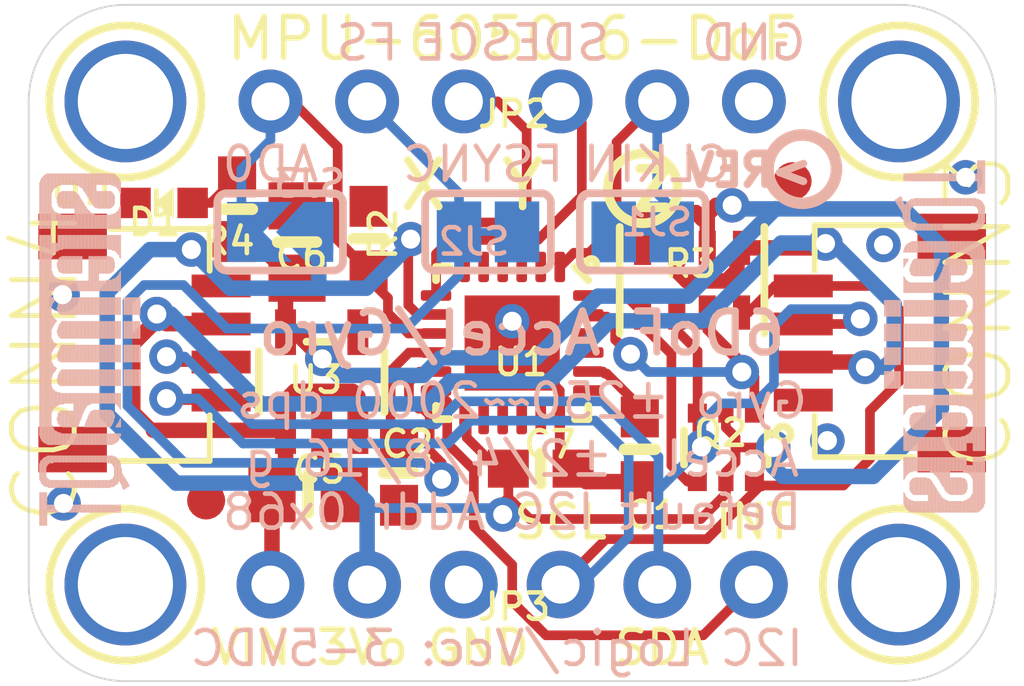
<source format=kicad_pcb>
(kicad_pcb (version 20211014) (generator pcbnew)
  (layers (0 "F.Cu" signal) (31 "B.Cu" signal) (34 "B.Paste" user) (35 "F.Paste" user) (36 "B.SilkS" user "B.Silkscreen") (37 "F.SilkS" user "F.Silkscreen") (38 "B.Mask" user) (39 "F.Mask" user) (44 "Edge.Cuts" user))
  (net 0 "")
  (net 1 "3.3V")
  (net 2 "GND")
  (net 3 "SDA")
  (net 4 "SCL")
  (net 5 "FSYNC_IN")
  (net 6 "CLKIN")
  (net 7 "CPOUT")
  (net 8 "REGOUT")
  (net 9 "SDA_EXT")
  (net 10 "SCL_EXT")
  (net 11 "AD0")
  (net 12 "SCL_3V")
  (net 13 "SDA_3V")
  (net 14 "INT")
  (net 15 "VCC")
  (net 16 "N$1")
  (footprint "boardEagle:CHIPLED_0603_NOOUTLINE" (layer "F.Cu") (at 139.3571 101.3206 90)
    (fp_text reference "D1" (at -0.508 0.508) (layer "F.SilkS") (effects (font (size 0.692831 0.692831) (thickness 0.119969)) (justify right)))
    (fp_text value "GREEN")
    (pad "A" smd rect (at 0 0.75 90) (size 0.8 0.8) (layers "F.Cu" "F.Paste" "F.Mask") (net 16 "N$1"))
    (pad "C" smd rect (at 0 -0.75 90) (size 0.8 0.8) (layers "F.Cu" "F.Paste" "F.Mask") (net 2 "GND"))
  )
  (footprint "boardEagle:0603-NO" (layer "F.Cu") (at 144.7292 102.2604 90)
    (fp_text reference "R2" (at -0.635 0.381 90) (layer "F.SilkS") (effects (font (size 0.692831 0.692831) (thickness 0.119969)) (justify left)))
    (fp_text value "10K")
    (pad "1" smd rect (at -0.85 0 90) (size 1.075 1) (layers "F.Cu" "F.Paste" "F.Mask") (net 11 "AD0"))
    (pad "2" smd rect (at 0.85 0 90) (size 1.075 1) (layers "F.Cu" "F.Paste" "F.Mask") (net 2 "GND"))
  )
  (footprint "boardEagle:1X06_ROUND" (layer "F.Cu") (at 148.5011 98.6536)
    (fp_text reference "JP2" (at -0.9652 0.3302) (layer "F.SilkS") (effects (font (size 0.692831 0.692831) (thickness 0.119969)) (justify left)))
    (fp_text value "")
    (pad "1" thru_hole circle (at -6.35 0 90) (size 1.6764 1.6764) (drill 1) (layers *.Cu *.Mask) (net 11 "AD0"))
    (pad "2" thru_hole circle (at -3.81 0 90) (size 1.6764 1.6764) (drill 1) (layers *.Cu *.Mask) (net 5 "FSYNC_IN"))
    (pad "3" thru_hole circle (at -1.27 0 90) (size 1.6764 1.6764) (drill 1) (layers *.Cu *.Mask) (net 10 "SCL_EXT"))
    (pad "4" thru_hole circle (at 1.27 0 90) (size 1.6764 1.6764) (drill 1) (layers *.Cu *.Mask) (net 9 "SDA_EXT"))
    (pad "5" thru_hole circle (at 3.81 0 90) (size 1.6764 1.6764) (drill 1) (layers *.Cu *.Mask) (net 6 "CLKIN"))
    (pad "6" thru_hole circle (at 6.35 0 90) (size 1.6764 1.6764) (drill 1) (layers *.Cu *.Mask) (net 2 "GND"))
  )
  (footprint "boardEagle:FIDUCIAL_1MM" (layer "F.Cu") (at 155.8671 100.7491)
    (fp_text reference "FID3" hide)
    (fp_text value "FIDUCIAL_1MM" hide)
    (pad "1" smd roundrect (at 0 0) (size 1 1) (layers "F.Cu" "F.Mask") (roundrect_rratio 0.5))
  )
  (footprint "boardEagle:0805-NO" (layer "F.Cu") (at 143.1417 108.966)
    (fp_text reference "C5" (at -0.4572 -0.635) (layer "F.SilkS") (effects (font (size 0.692831 0.692831) (thickness 0.119969)) (justify left)))
    (fp_text value "10uF")
    (pad "1" smd rect (at -0.95 0) (size 1.24 1.5) (layers "F.Cu" "F.Paste" "F.Mask") (net 15 "VCC"))
    (pad "2" smd rect (at 0.95 0) (size 1.24 1.5) (layers "F.Cu" "F.Paste" "F.Mask") (net 2 "GND"))
  )
  (footprint "boardEagle:MOUNTINGHOLE_2.5_PLATED" (layer "F.Cu") (at 138.3411 98.6536)
    (fp_text reference "U$39" hide)
    (fp_text value "MOUNTINGHOLE2.5" hide)
    (pad "P$1" thru_hole circle (at 0 0) (size 3.2 3.2) (drill 2.5) (layers *.Cu *.Mask))
  )
  (footprint "boardEagle:MOUNTINGHOLE_2.5_PLATED" (layer "F.Cu") (at 158.6611 111.3536)
    (fp_text reference "U$43" hide)
    (fp_text value "MOUNTINGHOLE2.5" hide)
    (pad "P$1" thru_hole circle (at 0 0) (size 3.2 3.2) (drill 2.5) (layers *.Cu *.Mask))
  )
  (footprint "boardEagle:MOUNTINGHOLE_2.5_PLATED" (layer "F.Cu") (at 158.6611 98.6536)
    (fp_text reference "U$40" hide)
    (fp_text value "MOUNTINGHOLE2.5" hide)
    (pad "P$1" thru_hole circle (at 0 0) (size 3.2 3.2) (drill 2.5) (layers *.Cu *.Mask))
  )
  (footprint "boardEagle:QFN24_4MM_SMSC" (layer "F.Cu") (at 148.5011 105.0036 -90)
    (fp_text reference "U1" (at 0.502 0.545) (layer "F.SilkS") (effects (font (size 0.692831 0.692831) (thickness 0.119969)) (justify left)))
    (fp_text value "MPU-6050")
    (pad "1" smd roundrect (at -2 -1.25 90) (size 0.8 0.28) (layers "F.Cu" "F.Paste" "F.Mask") (net 6 "CLKIN"))
    (pad "2" smd roundrect (at -2 -0.75 90) (size 0.8 0.28) (layers "F.Cu" "F.Paste" "F.Mask"))
    (pad "3" smd roundrect (at -2 -0.25 90) (size 0.8 0.28) (layers "F.Cu" "F.Paste" "F.Mask"))
    (pad "4" smd roundrect (at -2 0.25 90) (size 0.8 0.28) (layers "F.Cu" "F.Paste" "F.Mask"))
    (pad "5" smd roundrect (at -2 0.75 90) (size 0.8 0.28) (layers "F.Cu" "F.Paste" "F.Mask"))
    (pad "6" smd roundrect (at -2 1.25 90) (size 0.8 0.28) (layers "F.Cu" "F.Paste" "F.Mask") (net 9 "SDA_EXT"))
    (pad "7" smd roundrect (at -1.25 2) (size 0.8 0.28) (layers "F.Cu" "F.Paste" "F.Mask") (net 10 "SCL_EXT"))
    (pad "8" smd roundrect (at -0.75 2) (size 0.8 0.28) (layers "F.Cu" "F.Paste" "F.Mask") (net 1 "3.3V"))
    (pad "9" smd roundrect (at -0.25 2) (size 0.8 0.28) (layers "F.Cu" "F.Paste" "F.Mask") (net 11 "AD0"))
    (pad "10" smd roundrect (at 0.25 2) (size 0.8 0.28) (layers "F.Cu" "F.Paste" "F.Mask") (net 8 "REGOUT"))
    (pad "11" smd roundrect (at 0.75 2) (size 0.8 0.28) (layers "F.Cu" "F.Paste" "F.Mask") (net 5 "FSYNC_IN"))
    (pad "12" smd roundrect (at 1.25 2) (size 0.8 0.28) (layers "F.Cu" "F.Paste" "F.Mask") (net 14 "INT"))
    (pad "13" smd roundrect (at 2 1.25 270) (size 0.8 0.28) (layers "F.Cu" "F.Paste" "F.Mask") (net 1 "3.3V"))
    (pad "14" smd roundrect (at 2 0.75 270) (size 0.8 0.28) (layers "F.Cu" "F.Paste" "F.Mask"))
    (pad "15" smd roundrect (at 2 0.25 270) (size 0.8 0.28) (layers "F.Cu" "F.Paste" "F.Mask"))
    (pad "16" smd roundrect (at 2 -0.25 270) (size 0.8 0.28) (layers "F.Cu" "F.Paste" "F.Mask"))
    (pad "17" smd roundrect (at 2 -0.75 270) (size 0.8 0.28) (layers "F.Cu" "F.Paste" "F.Mask"))
    (pad "18" smd roundrect (at 2 -1.25 270) (size 0.8 0.28) (layers "F.Cu" "F.Paste" "F.Mask") (net 2 "GND"))
    (pad "19" smd roundrect (at 1.25 -2 180) (size 0.8 0.28) (layers "F.Cu" "F.Paste" "F.Mask"))
    (pad "20" smd roundrect (at 0.75 -2 180) (size 0.8 0.28) (layers "F.Cu" "F.Paste" "F.Mask") (net 7 "CPOUT"))
    (pad "21" smd roundrect (at 0.25 -2 180) (size 0.8 0.28) (layers "F.Cu" "F.Paste" "F.Mask"))
    (pad "22" smd roundrect (at -0.25 -2 180) (size 0.8 0.28) (layers "F.Cu" "F.Paste" "F.Mask"))
    (pad "23" smd roundrect (at -0.75 -2 180) (size 0.8 0.28) (layers "F.Cu" "F.Paste" "F.Mask") (net 12 "SCL_3V"))
    (pad "24" smd roundrect (at -1.25 -2 180) (size 0.8 0.28) (layers "F.Cu" "F.Paste" "F.Mask") (net 13 "SDA_3V"))
    (pad "THERM" smd rect (at 0 0 270) (size 2.5 2.5) (layers "F.Cu" "F.Mask") (net 2 "GND"))
  )
  (footprint "boardEagle:JST_SH4" (layer "F.Cu") (at 138.3411 105.0036 -90)
    (fp_text reference "CONN4" (at -3.711 2.101 90) (layer "F.SilkS") (effects (font (size 1.647139 1.647139) (thickness 0.130861)) (justify right)))
    (fp_text value "STEMMA_I2C_QT" hide)
    (pad "1" smd rect (at -1.5 -2.514) (size 1.55 0.6) (layers "F.Cu" "F.Paste" "F.Mask") (net 2 "GND"))
    (pad "2" smd rect (at -0.5 -2.514) (size 1.55 0.6) (layers "F.Cu" "F.Paste" "F.Mask") (net 15 "VCC"))
    (pad "3" smd rect (at 0.5 -2.514) (size 1.55 0.6) (layers "F.Cu" "F.Paste" "F.Mask") (net 3 "SDA"))
    (pad "4" smd rect (at 1.5 -2.514) (size 1.55 0.6) (layers "F.Cu" "F.Paste" "F.Mask") (net 4 "SCL"))
    (pad "MT1" smd rect (at -2.8 1.386) (size 1.8 1.2) (layers "F.Cu" "F.Paste" "F.Mask"))
    (pad "MT2" smd rect (at 2.8 1.386) (size 1.8 1.2) (layers "F.Cu" "F.Paste" "F.Mask"))
  )
  (footprint "boardEagle:SOT23-5" (layer "F.Cu") (at 143.4973 106.0196)
    (fp_text reference "U3" (at 0.6128 -0.0508) (layer "F.SilkS") (effects (font (size 0.692831 0.692831) (thickness 0.119969)) (justify right)))
    (fp_text value "AP2112K-3.3")
    (pad "1" smd rect (at -0.95 1.3001) (size 0.55 1.2) (layers "F.Cu" "F.Paste" "F.Mask") (net 15 "VCC"))
    (pad "2" smd rect (at 0 1.3001) (size 0.55 1.2) (layers "F.Cu" "F.Paste" "F.Mask") (net 2 "GND"))
    (pad "3" smd rect (at 0.95 1.3001) (size 0.55 1.2) (layers "F.Cu" "F.Paste" "F.Mask") (net 15 "VCC"))
    (pad "4" smd rect (at 0.95 -1.3001) (size 0.55 1.2) (layers "F.Cu" "F.Paste" "F.Mask"))
    (pad "5" smd rect (at -0.95 -1.3001) (size 0.55 1.2) (layers "F.Cu" "F.Paste" "F.Mask") (net 1 "3.3V"))
  )
  (footprint "boardEagle:0603-NO" (layer "F.Cu") (at 151.8539 107.7976 -90)
    (fp_text reference "C1" (at 1.7272 0.4318) (layer "F.SilkS") (effects (font (size 0.692831 0.692831) (thickness 0.119969)) (justify left)))
    (fp_text value "2.2nF")
    (pad "1" smd rect (at -0.85 0 270) (size 1.075 1) (layers "F.Cu" "F.Paste" "F.Mask") (net 7 "CPOUT"))
    (pad "2" smd rect (at 0.85 0 270) (size 1.075 1) (layers "F.Cu" "F.Paste" "F.Mask") (net 2 "GND"))
  )
  (footprint "boardEagle:RESPACK_4X0603" (layer "F.Cu") (at 153.2255 103.3526 180)
    (fp_text reference "R3" (at -0.711 0.432) (layer "F.SilkS") (effects (font (size 0.692831 0.692831) (thickness 0.119969)) (justify right)))
    (fp_text value "10K")
    (pad "1" smd rect (at -1.3 0.85 180) (size 0.45 0.9) (layers "F.Cu" "F.Paste" "F.Mask") (net 15 "VCC"))
    (pad "2" smd rect (at -0.4 0.85 180) (size 0.45 0.9) (layers "F.Cu" "F.Paste" "F.Mask") (net 1 "3.3V"))
    (pad "3" smd rect (at 0.4 0.85 180) (size 0.45 0.9) (layers "F.Cu" "F.Paste" "F.Mask") (net 15 "VCC"))
    (pad "4" smd rect (at 1.3 0.85 180) (size 0.45 0.9) (layers "F.Cu" "F.Paste" "F.Mask") (net 1 "3.3V"))
    (pad "5" smd rect (at 1.3 -0.85 180) (size 0.45 0.9) (layers "F.Cu" "F.Paste" "F.Mask") (net 13 "SDA_3V"))
    (pad "6" smd rect (at 0.4 -0.85 180) (size 0.45 0.9) (layers "F.Cu" "F.Paste" "F.Mask") (net 3 "SDA"))
    (pad "7" smd rect (at -0.4 -0.85 180) (size 0.45 0.9) (layers "F.Cu" "F.Paste" "F.Mask") (net 12 "SCL_3V"))
    (pad "8" smd rect (at -1.3 -0.85 180) (size 0.45 0.9) (layers "F.Cu" "F.Paste" "F.Mask") (net 4 "SCL"))
  )
  (footprint "boardEagle:MOUNTINGHOLE_2.5_PLATED" (layer "F.Cu") (at 138.3411 111.3536)
    (fp_text reference "U$42" hide)
    (fp_text value "MOUNTINGHOLE2.5" hide)
    (pad "P$1" thru_hole circle (at 0 0) (size 3.2 3.2) (drill 2.5) (layers *.Cu *.Mask))
  )
  (footprint "boardEagle:1X06_ROUND_70" (layer "F.Cu") (at 148.5011 111.3536)
    (fp_text reference "JP3" (at -0.9652 0.5842) (layer "F.SilkS") (effects (font (size 0.692831 0.692831) (thickness 0.119969)) (justify left)))
    (fp_text value "")
    (pad "1" thru_hole circle (at -6.35 0 90) (size 1.778 1.778) (drill 1) (layers *.Cu *.Mask) (net 15 "VCC"))
    (pad "2" thru_hole circle (at -3.81 0 90) (size 1.778 1.778) (drill 1) (layers *.Cu *.Mask) (net 1 "3.3V"))
    (pad "3" thru_hole circle (at -1.27 0 90) (size 1.778 1.778) (drill 1) (layers *.Cu *.Mask) (net 2 "GND"))
    (pad "4" thru_hole circle (at 1.27 0 90) (size 1.778 1.778) (drill 1) (layers *.Cu *.Mask) (net 4 "SCL"))
    (pad "5" thru_hole circle (at 3.81 0 90) (size 1.778 1.778) (drill 1) (layers *.Cu *.Mask) (net 3 "SDA"))
    (pad "6" thru_hole circle (at 6.35 0 90) (size 1.778 1.778) (drill 1) (layers *.Cu *.Mask) (net 14 "INT"))
  )
  (footprint "boardEagle:0805-NO" (layer "F.Cu") (at 142.8496 102.3493 90)
    (fp_text reference "C6" (at -0.381 -0.635) (layer "F.SilkS") (effects (font (size 0.692831 0.692831) (thickness 0.119969)) (justify left)))
    (fp_text value "10uF")
    (pad "1" smd rect (at -0.95 0 90) (size 1.24 1.5) (layers "F.Cu" "F.Paste" "F.Mask") (net 1 "3.3V"))
    (pad "2" smd rect (at 0.95 0 90) (size 1.24 1.5) (layers "F.Cu" "F.Paste" "F.Mask") (net 2 "GND"))
  )
  (footprint "boardEagle:0603-NO" (layer "F.Cu") (at 149.2504 108.3056)
    (fp_text reference "C7" (at -0.508 -0.635) (layer "F.SilkS") (effects (font (size 0.692831 0.692831) (thickness 0.119969)) (justify left)))
    (fp_text value "0.1uF")
    (pad "1" smd rect (at -0.85 0) (size 1.075 1) (layers "F.Cu" "F.Paste" "F.Mask") (net 1 "3.3V"))
    (pad "2" smd rect (at 0.85 0) (size 1.075 1) (layers "F.Cu" "F.Paste" "F.Mask") (net 2 "GND"))
  )
  (footprint "boardEagle:JST_SH4" (layer "F.Cu") (at 158.6611 105.0036 90)
    (fp_text reference "CONN3" (at -3.457 2.101 90) (layer "F.SilkS") (effects (font (size 1.647139 1.647139) (thickness 0.130861)) (justify left)))
    (fp_text value "STEMMA_I2C_QT" hide)
    (pad "1" smd rect (at -1.5 -2.514 180) (size 1.55 0.6) (layers "F.Cu" "F.Paste" "F.Mask") (net 2 "GND"))
    (pad "2" smd rect (at -0.5 -2.514 180) (size 1.55 0.6) (layers "F.Cu" "F.Paste" "F.Mask") (net 15 "VCC"))
    (pad "3" smd rect (at 0.5 -2.514 180) (size 1.55 0.6) (layers "F.Cu" "F.Paste" "F.Mask") (net 3 "SDA"))
    (pad "4" smd rect (at 1.5 -2.514 180) (size 1.55 0.6) (layers "F.Cu" "F.Paste" "F.Mask") (net 4 "SCL"))
    (pad "MT1" smd rect (at -2.8 1.386 180) (size 1.8 1.2) (layers "F.Cu" "F.Paste" "F.Mask"))
    (pad "MT2" smd rect (at 2.8 1.386 180) (size 1.8 1.2) (layers "F.Cu" "F.Paste" "F.Mask"))
  )
  (footprint "boardEagle:FIDUCIAL_1MM" (layer "F.Cu") (at 140.462 109.1438)
    (fp_text reference "FID4" hide)
    (fp_text value "FIDUCIAL_1MM" hide)
    (pad "1" smd roundrect (at 0 0) (size 1 1) (layers "F.Cu" "F.Mask") (roundrect_rratio 0.5))
  )
  (footprint "boardEagle:0603-NO" (layer "F.Cu") (at 141.2748 101.4857 90)
    (fp_text reference "R4" (at -0.8382 0.5334) (layer "F.SilkS") (effects (font (size 0.692831 0.692831) (thickness 0.119969)) (justify right)))
    (fp_text value "10K")
    (pad "1" smd rect (at -0.85 0 90) (size 1.075 1) (layers "F.Cu" "F.Paste" "F.Mask") (net 1 "3.3V"))
    (pad "2" smd rect (at 0.85 0 90) (size 1.075 1) (layers "F.Cu" "F.Paste" "F.Mask") (net 16 "N$1"))
  )
  (footprint "boardEagle:SOT363" (layer "F.Cu") (at 154.1145 107.7468 180)
    (fp_text reference "Q2" (at -0.635 0.381) (layer "F.SilkS") (effects (font (size 0.692831 0.692831) (thickness 0.119969)) (justify right)))
    (fp_text value "BSS138")
    (pad "1" smd rect (at -0.75 0.9 180) (size 0.5 0.5) (layers "F.Cu" "F.Paste" "F.Mask") (net 12 "SCL_3V"))
    (pad "2" smd rect (at 0 0.9 180) (size 0.4 0.5) (layers "F.Cu" "F.Paste" "F.Mask") (net 1 "3.3V"))
    (pad "3" smd rect (at 0.75 0.9 180) (size 0.5 0.5) (layers "F.Cu" "F.Paste" "F.Mask") (net 3 "SDA"))
    (pad "4" smd rect (at 0.75 -0.9 180) (size 0.5 0.5) (layers "F.Cu" "F.Paste" "F.Mask") (net 13 "SDA_3V"))
    (pad "5" smd rect (at 0 -0.9 180) (size 0.4 0.5) (layers "F.Cu" "F.Paste" "F.Mask") (net 1 "3.3V"))
    (pad "6" smd rect (at -0.75 -0.9 180) (size 0.5 0.5) (layers "F.Cu" "F.Paste" "F.Mask") (net 4 "SCL"))
  )
  (footprint "boardEagle:0603-NO" (layer "F.Cu") (at 145.5293 108.4199 -90)
    (fp_text reference "C2" (at -0.762 0.5334) (layer "F.SilkS") (effects (font (size 0.692831 0.692831) (thickness 0.119969)) (justify left)))
    (fp_text value "0.1uF")
    (pad "1" smd rect (at -0.85 0 270) (size 1.075 1) (layers "F.Cu" "F.Paste" "F.Mask") (net 8 "REGOUT"))
    (pad "2" smd rect (at 0.85 0 270) (size 1.075 1) (layers "F.Cu" "F.Paste" "F.Mask") (net 2 "GND"))
  )
  (footprint "boardEagle:SOLDERJUMPER_ARROW_NOPASTE" (layer "B.Cu") (at 142.4051 102.0826 180)
    (fp_text reference "SJ3" (at -1.778 1.27) (layer "B.SilkS") (effects (font (size 0.692831 0.692831) (thickness 0.119969)) (justify left mirror)))
    (fp_text value "")
    (fp_poly (pts (xy 1.3946 -0.7882) (xy -0.315893 -0.7882) (xy 0.443148 0) (xy -0.315893 0.7882) (xy 1.3946 0.7882)) (layer "B.Cu") (width 0) (fill solid))
    (fp_poly (pts (xy 0.106121 -0.002663) (xy -0.679416 -0.7882) (xy -1.3946 -0.7882) (xy -1.3946 0.7882) (xy -0.62715 0.7882)) (layer "B.Cu") (width 0) (fill solid))
    (pad "1" smd roundrect (at -1.016 0 180) (size 0.762 1.524) (layers "B.Cu") (net 1 "3.3V"))
    (pad "2" smd roundrect (at 1.016 0 180) (size 0.762 1.524) (layers "B.Cu") (net 11 "AD0"))
  )
  (footprint "boardEagle:STEMMAQT" (layer "B.Cu") (at 158.2801 109.4486 90)
    (fp_text reference "U$47" hide)
    (fp_text value "" hide)
  )
  (footprint "boardEagle:PCBFEAT-REV-040" (layer "B.Cu") (at 156.1211 100.4316 180)
    (fp_text reference "U$46" hide)
    (fp_text value "" hide)
    (fp_text user ">REV" (at -0.3556 -0.508) (layer "B.SilkS") (effects (font (size 0.8128 0.8128) (thickness 0.2032)) (justify left bottom mirror)))
  )
  (footprint "boardEagle:SOLDERJUMPER_CLOSEDWIRE" (layer "B.Cu") (at 147.8661 102.0826 180)
    (fp_text reference "SJ2" (at -0.635 -0.254) (layer "B.SilkS") (effects (font (size 0.692831 0.692831) (thickness 0.119969)) (justify left mirror)))
    (fp_text value "FSYNC")
    (pad "1" smd rect (at -0.762 0 180) (size 1.1684 1.6002) (layers "B.Cu") (net 2 "GND"))
    (pad "2" smd rect (at 0.762 0 180) (size 1.1684 1.6002) (layers "B.Cu") (net 5 "FSYNC_IN"))
    (pad "WIRE" smd rect (at 0 0) (size 0.635 0.2032) (layers "B.Cu"))
  )
  (footprint "boardEagle:STEMMAQT" (layer "B.Cu") (at 138.7221 100.5586 -90)
    (fp_text reference "U$48" hide)
    (fp_text value "" hide)
  )
  (footprint "boardEagle:SOLDERJUMPER_CLOSEDWIRE" (layer "B.Cu") (at 151.9301 102.0826)
    (fp_text reference "SJ1" (at -0.635 -0.254) (layer "B.SilkS") (effects (font (size 0.692831 0.692831) (thickness 0.119969)) (justify right mirror)))
    (fp_text value "CLKIN")
    (pad "1" smd rect (at -0.762 0) (size 1.1684 1.6002) (layers "B.Cu") (net 2 "GND"))
    (pad "2" smd rect (at 0.762 0) (size 1.1684 1.6002) (layers "B.Cu") (net 6 "CLKIN"))
    (pad "WIRE" smd rect (at 0 0 180) (size 0.635 0.2032) (layers "B.Cu"))
  )
  (gr_circle (center 151.9301 100.9396) (end 152.845909 100.9396) (layer "F.SilkS") (width 0.254) (fill none))
  (gr_arc (start 135.8011 98.6536) (mid 136.545049 96.857549) (end 138.3411 96.1136) (layer "Edge.Cuts") (width 0.05))
  (gr_line (start 161.2011 111.3536) (end 161.2011 98.6536) (layer "Edge.Cuts") (width 0.05))
  (gr_line (start 135.8011 98.6536) (end 135.8011 111.3536) (layer "Edge.Cuts") (width 0.05))
  (gr_arc (start 158.6611 96.1136) (mid 160.457151 96.857549) (end 161.2011 98.6536) (layer "Edge.Cuts") (width 0.05))
  (gr_line (start 158.6611 96.1136) (end 138.3411 96.1136) (layer "Edge.Cuts") (width 0.05))
  (gr_arc (start 138.3411 113.8936) (mid 136.545049 113.149651) (end 135.8011 111.3536) (layer "Edge.Cuts") (width 0.05))
  (gr_arc (start 161.2011 111.3536) (mid 160.457151 113.149651) (end 158.6611 113.8936) (layer "Edge.Cuts") (width 0.05))
  (gr_line (start 138.3411 113.8936) (end 158.6611 113.8936) (layer "Edge.Cuts") (width 0.05))
  (gr_text "AD0" (at 142.1511 100.3046) (layer "B.SilkS") (effects (font (size 0.89408 0.89408) (thickness 0.12192)) (justify mirror)))
  (gr_text "CLKIN" (at 152.3111 100.3046) (layer "B.SilkS") (effects (font (size 0.89408 0.89408) (thickness 0.12192)) (justify mirror)))
  (gr_text "GND" (at 154.8511 97.6376) (layer "B.SilkS") (effects (font (size 0.89408 0.89408) (thickness 0.12192)) (justify bottom mirror)))
  (gr_text "6DoF Accel/Gyro" (at 148.7551 104.7496) (layer "B.SilkS") (effects (font (size 1.0795 1.0795) (thickness 0.1905)) (justify mirror)))
  (gr_text "FSYNC" (at 147.7391 100.3046) (layer "B.SilkS") (effects (font (size 0.89408 0.89408) (thickness 0.12192)) (justify mirror)))
  (gr_text "Default I2C Addr 0x68" (at 148.5011 109.4486) (layer "B.SilkS") (effects (font (size 0.89408 0.89408) (thickness 0.12192)) (justify mirror)))
  (gr_text "Gyro ±250~~2000 dps" (at 148.7551 106.5276) (layer "B.SilkS") (effects (font (size 0.89408 0.89408) (thickness 0.12192)) (justify mirror)))
  (gr_text "Accel  ±2/4/8/16 g" (at 148.7551 108.0516) (layer "B.SilkS") (effects (font (size 0.89408 0.89408) (thickness 0.12192)) (justify mirror)))
  (gr_text "SDE" (at 149.7711 97.6376) (layer "B.SilkS") (effects (font (size 0.89408 0.89408) (thickness 0.12192)) (justify bottom mirror)))
  (gr_text "SCE" (at 147.2311 97.6376) (layer "B.SilkS") (effects (font (size 0.89408 0.89408) (thickness 0.12192)) (justify bottom mirror)))
  (gr_text "FS" (at 144.6911 97.6376) (layer "B.SilkS") (effects (font (size 0.89408 0.89408) (thickness 0.12192)) (justify bottom mirror)))
  (gr_text "I2C Logic/Vcc: 3-5VDC" (at 148.0947 113.03) (layer "B.SilkS") (effects (font (size 0.89408 0.89408) (thickness 0.12192)) (justify mirror)))
  (gr_text "VIN" (at 141.6431 113.0046) (layer "F.SilkS") (effects (font (size 0.87376 0.87376) (thickness 0.14224))))
  (gr_text "SDA" (at 152.4381 113.0046) (layer "F.SilkS") (effects (font (size 0.87376 0.87376) (thickness 0.14224))))
  (gr_text "X" (at 145.4531 101.5746) (layer "F.SilkS") (effects (font (size 1.223264 1.223264) (thickness 0.199136)) (justify left bottom)))
  (gr_text "INT" (at 154.8511 109.7026) (layer "F.SilkS") (effects (font (size 0.87376 0.87376) (thickness 0.14224))))
  (gr_text "Z" (at 151.5491 101.5746) (layer "F.SilkS") (effects (font (size 1.016 1.016) (thickness 0.254)) (justify left bottom)))
  (gr_text "on" (at 136.3091 101.4476) (layer "F.SilkS") (effects (font (size 0.89408 0.89408) (thickness 0.12192)) (justify left bottom)))
  (gr_text "Y" (at 148.1201 101.5746) (layer "F.SilkS") (effects (font (size 1.223264 1.223264) (thickness 0.199136)) (justify left bottom)))
  (gr_text "MPU-6050 6-DoF" (at 148.5011 97.0026) (layer "F.SilkS") (effects (font (size 1.072896 1.072896) (thickness 0.146304))))
  (gr_text "GND" (at 147.6121 113.0046) (layer "F.SilkS") (effects (font (size 0.87376 0.87376) (thickness 0.14224))))
  (gr_text "SCL" (at 149.7711 109.7026) (layer "F.SilkS") (effects (font (size 0.87376 0.87376) (thickness 0.14224))))
  (gr_text "3Vo" (at 144.5641 113.0046) (layer "F.SilkS") (effects (font (size 0.87376 0.87376) (thickness 0.14224))))
  (segment (start 151.9255 102.5026) (end 151.9255 101.5746) (width 0.4064) (layer "F.Cu") (net 1))
  (segment (start 142.811975 104.7195) (end 143.512587 105.420113) (width 0.4064) (layer "F.Cu") (net 1))
  (segment (start 154.3685 107.7498) (end 154.3685 108.1388) (width 0.254) (layer "F.Cu") (net 1))
  (segment (start 154.1145 106.8468) (end 154.1145 107.2278) (width 0.254) (layer "F.Cu") (net 1))
  (segment (start 142.521178 103.194479) (end 142.770621 103.274094) (width 0.254) (layer "F.Cu") (net 1))
  (segment (start 147.84335 108.0259) (end 147.8289 108.0259) (width 0.254) (layer "F.Cu") (net 1))
  (segment (start 148.9632 109.6304) (end 148.4004 109.0676) (width 0.254) (layer "F.Cu") (net 1))
  (segment (start 142.5473 104.7195) (end 142.5473 103.497416) (width 0.4064) (layer "F.Cu") (net 1))
  (segment (start 148.4004 108.3056) (end 148.4004 109.0676) (width 0.254) (layer "F.Cu") (net 1))
  (segment (start 153.6255 101.619) (end 153.8604 101.3841) (width 0.4064) (layer "F.Cu") (net 1))
  (segment (start 154.1145 108.3928) (end 154.1145 108.6468) (width 0.254) (layer "F.Cu") (net 1))
  (segment (start 153.4985 101.746) (end 153.6255 101.619) (width 0.4064) (layer "F.Cu") (net 1))
  (segment (start 154.1145 108.97) (end 153.4541 109.6304) (width 0.254) (layer "F.Cu") (net 1))
  (segment (start 142.770621 103.274094) (end 142.8496 103.2993) (width 0.254) (layer "F.Cu") (net 1))
  (segment (start 140.073 102.5472) (end 141.0633 102.5472) (width 0.4064) (layer "F.Cu") (net 1))
  (segment (start 148.1086 108.3056) (end 148.4004 108.3056) (width 0.254) (layer "F.Cu") (net 1))
  (segment (start 153.4541 109.6304) (end 148.9632 109.6304) (width 0.254) (layer "F.Cu") (net 1))
  (segment (start 153.4985 101.746) (end 153.3271 101.5746) (width 0.4064) (layer "F.Cu") (net 1))
  (segment (start 148.4004 109.0676) (end 148.2526 109.2154) (width 0.254) (layer "F.Cu") (net 1))
  (segment (start 145.7715 102.3357) (end 145.8341 102.2731) (width 0.254) (layer "F.Cu") (net 1))
  (segment (start 141.0633 102.5472) (end 141.2748 102.3357) (width 0.4064) (layer "F.Cu") (net 1))
  (segment (start 148.2526 109.2154) (end 148.2526 109.512425) (width 0.254) (layer "F.Cu") (net 1))
  (segment (start 146.5011 104.2536) (end 146.0185 104.2536) (width 0.254) (layer "F.Cu") (net 1))
  (segment (start 154.3685 108.1388) (end 154.1145 108.3928) (width 0.254) (layer "F.Cu") (net 1))
  (segment (start 147.3063 107.0588) (end 147.3063 107.48885) (width 0.254) (layer "F.Cu") (net 1))
  (segment (start 147.8289 108.0259) (end 148.1086 108.3056) (width 0.254) (layer "F.Cu") (net 1))
  (segment (start 153.8604 101.3841) (end 154.2796 101.3841) (width 0.4064) (layer "F.Cu") (net 1))
  (segment (start 147.2511 107.0036) (end 147.3063 107.0588) (width 0.254) (layer "F.Cu") (net 1))
  (segment (start 154.3685 107.7498) (end 155.3591 107.7498) (width 0.254) (layer "F.Cu") (net 1))
  (segment (start 142.5473 104.7195) (end 142.811975 104.7195) (width 0.4064) (layer "F.Cu") (net 1))
  (segment (start 141.2748 102.3357) (end 141.6624 102.3357) (width 0.254) (layer "F.Cu") (net 1))
  (segment (start 145.7715 104.0066) (end 145.7715 102.3357) (width 0.254) (layer "F.Cu") (net 1))
  (segment (start 154.3685 107.4818) (end 154.3685 107.7498) (width 0.254) (layer "F.Cu") (net 1))
  (segment (start 154.1145 108.6468) (end 154.1145 108.97) (width 0.254) (layer "F.Cu") (net 1))
  (segment (start 153.3271 101.5746) (end 151.9255 101.5746) (width 0.4064) (layer "F.Cu") (net 1))
  (segment (start 154.3685 107.4818) (end 154.1145 107.2278) (width 0.254) (layer "F.Cu") (net 1))
  (segment (start 153.6255 102.5026) (end 153.6255 101.619) (width 0.4064) (layer "F.Cu") (net 1))
  (segment (start 141.6624 102.3357) (end 142.521178 103.194479) (width 0.254) (layer "F.Cu") (net 1))
  (segment (start 146.0185 104.2536) (end 145.7715 104.0066) (width 0.254) (layer "F.Cu") (net 1))
  (segment (start 142.5473 103.497416) (end 142.770621 103.274094) (width 0.4064) (layer "F.Cu") (net 1))
  (segment (start 147.3063 107.48885) (end 147.84335 108.0259) (width 0.254) (layer "F.Cu") (net 1))
  (via (at 155.3591 107.7498) (size 0.9064) (drill 0.5) (layers "F.Cu" "B.Cu") (net 1))
  (via (at 148.2526 109.512425) (size 0.9064) (drill 0.5) (layers "F.Cu" "B.Cu") (net 1))
  (via (at 145.8341 102.2731) (size 0.9064) (drill 0.5) (layers "F.Cu" "B.Cu") (net 1))
  (via (at 154.2796 101.3841) (size 0.9064) (drill 0.5) (layers "F.Cu" "B.Cu") (net 1))
  (via (at 143.512587 105.420113) (size 0.9064) (drill 0.5) (layers "F.Cu" "B.Cu") (net 1))
  (via (at 140.073 102.5472) (size 0.9064) (drill 0.5) (layers "F.Cu" "B.Cu") (net 1))
  (segment (start 139.670675 108.6866) (end 137.8625 106.878425) (width 0.4064) (layer "B.Cu") (net 1))
  (segment (start 145.8341 102.2731) (end 145.8341 102.4001) (width 0.4064) (layer "B.Cu") (net 1))
  (segment (start 137.8625 106.878425) (end 137.8625 103.667463) (width 0.4064) (layer "B.Cu") (net 1))
  (segment (start 150.753293 103.7717) (end 149.131693 105.3933) (width 0.4064) (layer "B.Cu") (net 1))
  (segment (start 141.089 103.5632) (end 140.073 102.5472) (width 0.4064) (layer "B.Cu") (net 1))
  (segment (start 159.7747 102.473663) (end 158.778937 101.4779) (width 0.4064) (layer "B.Cu") (net 1))
  (segment (start 144.6911 111.3536) (end 144.6911 109.1946) (width 0.4064) (layer "B.Cu") (net 1))
  (segment (start 155.410412 101.4779) (end 153.116612 103.7717) (width 0.4064) (layer "B.Cu") (net 1))
  (segment (start 155.410412 101.4779) (end 154.3734 101.4779) (width 0.4064) (layer "B.Cu") (net 1))
  (segment (start 137.8625 103.667463) (end 138.982762 102.5472) (width 0.4064) (layer "B.Cu") (net 1))
  (segment (start 148.2526 109.512425) (end 148.083175 109.343) (width 0.254) (layer "B.Cu") (net 1))
  (segment (start 155.3591 108.2578) (end 155.3591 107.7498) (width 0.4064) (layer "B.Cu") (net 1))
  (segment (start 159.7747 102.473663) (end 159.7747 106.720738) (width 0.4064) (layer "B.Cu") (net 1))
  (segment (start 153.116612 103.7717) (end 150.753293 103.7717) (width 0.4064) (layer "B.Cu") (net 1))
  (segment (start 144.1831 108.6866) (end 139.670675 108.6866) (width 0.4064) (layer "B.Cu") (net 1))
  (segment (start 145.8341 102.4001) (end 144.671 103.5632) (width 0.4064) (layer "B.Cu") (net 1))
  (segment (start 154.2796 101.3841) (end 154.3734 101.4779) (width 0.4064) (layer "B.Cu") (net 1))
  (segment (start 144.671 103.5632) (end 143.5481 103.5632) (width 0.4064) (layer "B.Cu") (net 1))
  (segment (start 144.6911 109.1946) (end 144.65935 109.16285) (width 0.4064) (layer "B.Cu") (net 1))
  (segment (start 146.160156 105.855094) (end 143.947568 105.855094) (width 0.4064) (layer "B.Cu") (net 1))
  (segment (start 157.983637 108.5118) (end 155.6131 108.5118) (width 0.4064) (layer "B.Cu") (net 1))
  (segment (start 138.982762 102.5472) (end 140.073 102.5472) (width 0.4064) (layer "B.Cu") (net 1))
  (segment (start 155.6131 108.5118) (end 155.3591 108.2578) (width 0.4064) (layer "B.Cu") (net 1))
  (segment (start 144.8395 109.343) (end 144.65935 109.16285) (width 0.254) (layer "B.Cu") (net 1))
  (segment (start 143.4211 103.4362) (end 143.5481 103.5632) (width 0.4064) (layer "B.Cu") (net 1))
  (segment (start 143.512587 105.420113) (end 143.947568 105.855094) (width 0.4064) (layer "B.Cu") (net 1))
  (segment (start 149.131693 105.3933) (end 146.62195 105.3933) (width 0.4064) (layer "B.Cu") (net 1))
  (segment (start 148.083175 109.343) (end 144.8395 109.343) (width 0.254) (layer "B.Cu") (net 1))
  (segment (start 143.4211 102.0826) (end 143.4211 103.4362) (width 0.4064) (layer "B.Cu") (net 1))
  (segment (start 146.160156 105.855094) (end 146.62195 105.3933) (width 0.4064) (layer "B.Cu") (net 1))
  (segment (start 159.7747 106.720738) (end 157.983637 108.5118) (width 0.4064) (layer "B.Cu") (net 1))
  (segment (start 158.778937 101.4779) (end 155.410412 101.4779) (width 0.4064) (layer "B.Cu") (net 1))
  (segment (start 144.65935 109.16285) (end 144.1831 108.6866) (width 0.4064) (layer "B.Cu") (net 1))
  (segment (start 143.5481 103.5632) (end 141.089 103.5632) (width 0.4064) (layer "B.Cu") (net 1))
  (segment (start 149.7511 107.9563) (end 149.7511 107.0036) (width 0.254) (layer "F.Cu") (net 2))
  (segment (start 148.5011 105.0036) (end 148.5011 104.4321) (width 0.254) (layer "F.Cu") (net 2))
  (segment (start 150.1004 108.3056) (end 149.7511 107.9563) (width 0.254) (layer "F.Cu") (net 2))
  (segment (start 150.4424 108.6476) (end 151.8539 108.6476) (width 0.4064) (layer "F.Cu") (net 2))
  (segment (start 144.0917 108.5952) (end 144.0917 108.966) (width 0.4064) (layer "F.Cu") (net 2))
  (segment (start 143.4973 108.0008) (end 144.0917 108.5952) (width 0.4064) (layer "F.Cu") (net 2))
  (segment (start 150.1004 108.3056) (end 150.4424 108.6476) (width 0.4064) (layer "F.Cu") (net 2))
  (segment (start 149.7511 106.2536) (end 149.7511 107.0036) (width 0.254) (layer "F.Cu") (net 2))
  (segment (start 143.4973 107.3197) (end 143.4973 108.0008) (width 0.4064) (layer "F.Cu") (net 2))
  (segment (start 148.5011 105.0036) (end 149.7511 106.2536) (width 0.254) (layer "F.Cu") (net 2))
  (via (at 148.5011 104.4321) (size 0.9064) (drill 0.5) (layers "F.Cu" "B.Cu") (net 2))
  (via (at 158.2547 102.4255) (size 0.9064) (drill 0.5) (layers "F.Cu" "B.Cu") (net 2))
  (via (at 136.7155 109.22) (size 0.9064) (drill 0.5) (layers "F.Cu" "B.Cu") (net 2))
  (via (at 136.6901 103.7336) (size 0.9064) (drill 0.5) (layers "F.Cu" "B.Cu") (net 2))
  (via (at 156.7815 107.569) (size 0.9064) (drill 0.5) (layers "F.Cu" "B.Cu") (net 2))
  (via (at 160.4137 100.6475) (size 0.9064) (drill 0.5) (layers "F.Cu" "B.Cu") (net 2))
  (segment (start 156.1471 104.5036) (end 157.5101 104.5036) (width 0.254) (layer "F.Cu") (net 3))
  (segment (start 153.4732 107.7341) (end 153.374262 107.6722) (width 0.254) (layer "F.Cu") (net 3))
  (segment (start 140.8551 105.5036) (end 139.521312 105.5036) (width 0.254) (layer "F.Cu") (net 3))
  (segment (start 157.5101 104.5036) (end 157.6451 104.3686) (width 0.254) (layer "F.Cu") (net 3))
  (segment (start 139.521312 105.5036) (end 139.4206 105.361994) (width 0.254) (layer "F.Cu") (net 3))
  (segment (start 153.3716 105.2186) (end 152.8255 104.6725) (width 0.254) (layer "F.Cu") (net 3))
  (segment (start 153.4732 107.7341) (end 153.3716 107.7341) (width 0.254) (layer "F.Cu") (net 3))
  (segment (start 153.3645 106.8468) (end 153.374262 107.6722) (width 0.254) (layer "F.Cu") (net 3))
  (segment (start 153.3716 105.2186) (end 153.3716 107.7341) (width 0.254) (layer "F.Cu") (net 3))
  (segment (start 152.8255 104.6725) (end 152.8255 104.2026) (width 0.254) (layer "F.Cu") (net 3))
  (via (at 153.4732 107.7341) (size 0.9064) (drill 0.5) (layers "F.Cu" "B.Cu") (net 3))
  (via (at 139.4206 105.361994) (size 0.9064) (drill 0.5) (layers "F.Cu" "B.Cu") (net 3))
  (via (at 157.6451 104.3686) (size 0.9064) (drill 0.5) (layers "F.Cu" "B.Cu") (net 3))
  (segment (start 150.882462 106.5363) (end 147.0954 106.5363) (width 0.254) (layer "B.Cu") (net 3))
  (segment (start 154.8702 106.5911) (end 153.9812 106.5911) (width 0.254) (layer "B.Cu") (net 3))
  (segment (start 139.90095 105.361994) (end 139.4206 105.361994) (width 0.254) (layer "B.Cu") (net 3))
  (segment (start 147.0954 106.5363) (end 146.4945 107.1372) (width 0.254) (layer "B.Cu") (net 3))
  (segment (start 141.676156 107.1372) (end 139.90095 105.361994) (width 0.254) (layer "B.Cu") (net 3))
  (segment (start 157.6451 104.3686) (end 157.3911 104.1146) (width 0.254) (layer "B.Cu") (net 3))
  (segment (start 155.3782 106.0831) (end 154.8702 106.5911) (width 0.254) (layer "B.Cu") (net 3))
  (segment (start 155.3782 104.5591) (end 155.3782 106.0831) (width 0.254) (layer "B.Cu") (net 3))
  (segment (start 152.3429 107.996738) (end 150.882462 106.5363) (width 0.254) (layer "B.Cu") (net 3))
  (segment (start 152.3429 108.8644) (end 152.3429 111.3218) (width 0.254) (layer "B.Cu") (net 3))
  (segment (start 153.4732 107.7341) (end 152.3429 108.8644) (width 0.254) (layer "B.Cu") (net 3))
  (segment (start 153.4732 107.7341) (end 153.4732 107.0991) (width 0.254) (layer "B.Cu") (net 3))
  (segment (start 146.4945 107.1372) (end 141.676156 107.1372) (width 0.254) (layer "B.Cu") (net 3))
  (segment (start 152.3111 111.3536) (end 152.3429 111.3218) (width 0.254) (layer "B.Cu") (net 3))
  (segment (start 153.9812 106.5911) (end 153.4732 107.0991) (width 0.254) (layer "B.Cu") (net 3))
  (segment (start 152.3429 107.996738) (end 152.3429 108.8644) (width 0.254) (layer "B.Cu") (net 3))
  (segment (start 157.3911 104.1146) (end 155.8227 104.1146) (width 0.254) (layer "B.Cu") (net 3))
  (segment (start 155.8227 104.1146) (end 155.3782 104.5591) (width 0.254) (layer "B.Cu") (net 3))
  (segment (start 154.7033 104.2026) (end 154.5255 104.2026) (width 0.254) (layer "F.Cu") (net 4))
  (segment (start 153.615675 110.1588) (end 150.9659 110.1588) (width 0.254) (layer "F.Cu") (net 4))
  (segment (start 154.8939 108.6174) (end 154.911075 108.6174) (width 0.254) (layer "F.Cu") (net 4))
  (segment (start 156.1471 103.5036) (end 158.0501 103.5036) (width 0.254) (layer "F.Cu") (net 4))
  (segment (start 155.4023 103.5036) (end 154.7033 104.2026) (width 0.254) (layer "F.Cu") (net 4))
  (segment (start 155.034075 108.7404) (end 153.615675 110.1588) (width 0.254) (layer "F.Cu") (net 4))
  (segment (start 158.6611 104.1146) (end 158.6611 106.0196) (width 0.254) (layer "F.Cu") (net 4))
  (segment (start 157.8991 108.0516) (end 157.201687 108.749013) (width 0.254) (layer "F.Cu") (net 4))
  (segment (start 158.0501 103.5036) (end 158.6611 104.1146) (width 0.254) (layer "F.Cu") (net 4))
  (segment (start 154.8645 108.6468) (end 154.8939 108.6174) (width 0.254) (layer "F.Cu") (net 4))
  (segment (start 154.911075 108.6174) (end 155.034075 108.7404) (width 0.254) (layer "F.Cu") (net 4))
  (segment (start 139.4601 106.5036) (end 139.4206 106.4641) (width 0.254) (layer "F.Cu") (net 4))
  (segment (start 157.201687 108.749013) (end 154.966712 108.749013) (width 0.254) (layer "F.Cu") (net 4))
  (segment (start 140.8551 106.5036) (end 139.4601 106.5036) (width 0.254) (layer "F.Cu") (net 4))
  (segment (start 154.966712 108.749013) (end 154.8645 108.6468) (width 0.254) (layer "F.Cu") (net 4))
  (segment (start 158.6611 106.0196) (end 157.8991 106.7816) (width 0.254) (layer "F.Cu") (net 4))
  (segment (start 156.1471 103.5036) (end 155.4023 103.5036) (width 0.254) (layer "F.Cu") (net 4))
  (segment (start 150.9659 110.1588) (end 149.7711 111.3536) (width 0.254) (layer "F.Cu") (net 4))
  (segment (start 157.8991 106.7816) (end 157.8991 108.0516) (width 0.254) (layer "F.Cu") (net 4))
  (via (at 139.4206 106.4641) (size 0.9064) (drill 0.5) (layers "F.Cu" "B.Cu") (net 4))
  (segment (start 149.7711 111.3536) (end 150.3045 111.3536) (width 0.254) (layer "B.Cu") (net 4))
  (segment (start 146.812 107.6452) (end 147.4129 107.0443) (width 0.254) (layer "B.Cu") (net 4))
  (segment (start 150.680381 107.0443) (end 151.5618 107.925719) (width 0.254) (layer "B.Cu") (net 4))
  (segment (start 151.5618 107.925719) (end 151.5618 110.0963) (width 0.254) (layer "B.Cu") (net 4))
  (segment (start 139.4206 106.4641) (end 140.2461 106.4641) (width 0.254) (layer "B.Cu") (net 4))
  (segment (start 141.4272 107.6452) (end 146.812 107.6452) (width 0.254) (layer "B.Cu") (net 4))
  (segment (start 151.5618 110.0963) (end 150.3045 111.3536) (width 0.254) (layer "B.Cu") (net 4))
  (segment (start 147.4129 107.0443) (end 150.680381 107.0443) (width 0.254) (layer "B.Cu") (net 4))
  (segment (start 141.4272 107.6452) (end 140.2461 106.4641) (width 0.254) (layer "B.Cu") (net 4))
  (segment (start 145.7891 106.47545) (end 146.04125 106.7276) (width 0.254) (layer "F.Cu") (net 5))
  (segment (start 146.15555 106.7276) (end 146.3341 106.90615) (width 0.254) (layer "F.Cu") (net 5))
  (segment (start 146.3341 106.90615) (end 146.3341 107.8404) (width 0.254) (layer "F.Cu") (net 5))
  (segment (start 146.6469 108.1532) (end 146.6469 108.585) (width 0.254) (layer "F.Cu") (net 5))
  (segment (start 146.04125 106.7276) (end 146.15555 106.7276) (width 0.254) (layer "F.Cu") (net 5))
  (segment (start 145.7891 106.03555) (end 145.7891 106.47545) (width 0.254) (layer "F.Cu") (net 5))
  (segment (start 146.5011 105.7536) (end 146.4967 105.758) (width 0.254) (layer "F.Cu") (net 5))
  (segment (start 146.06665 105.758) (end 145.7891 106.03555) (width 0.254) (layer "F.Cu") (net 5))
  (segment (start 146.4967 105.758) (end 146.06665 105.758) (width 0.254) (layer "F.Cu") (net 5))
  (segment (start 146.3341 107.8404) (end 146.6469 108.1532) (width 0.254) (layer "F.Cu") (net 5))
  (via (at 146.6469 108.585) (size 0.9064) (drill 0.5) (layers "F.Cu" "B.Cu") (net 5))
  (segment (start 146.6469 108.585) (end 146.2151 108.1532) (width 0.254) (layer "B.Cu") (net 5))
  (segment (start 147.1041 102.0826) (end 147.1041 101.0666) (width 0.254) (layer "B.Cu") (net 5))
  (segment (start 147.1041 102.0826) (end 147.1041 103.2256) (width 0.254) (layer "B.Cu") (net 5))
  (segment (start 138.3959 103.915463) (end 138.831762 103.4796) (width 0.254) (layer "B.Cu") (net 5))
  (segment (start 138.3959 103.915463) (end 138.3959 106.657482) (width 0.254) (layer "B.Cu") (net 5))
  (segment (start 147.1041 103.2256) (end 145.7071 104.6226) (width 0.254) (layer "B.Cu") (net 5))
  (segment (start 139.891618 108.1532) (end 138.3959 106.657482) (width 0.254) (layer "B.Cu") (net 5))
  (segment (start 138.831762 103.4796) (end 139.8651 103.4796) (width 0.254) (layer "B.Cu") (net 5))
  (segment (start 146.2151 108.1532) (end 139.891618 108.1532) (width 0.254) (layer "B.Cu") (net 5))
  (segment (start 141.0081 104.6226) (end 145.7071 104.6226) (width 0.254) (layer "B.Cu") (net 5))
  (segment (start 139.8651 103.4796) (end 141.0081 104.6226) (width 0.254) (layer "B.Cu") (net 5))
  (segment (start 147.1041 101.0666) (end 144.6911 98.6536) (width 0.254) (layer "B.Cu") (net 5))
  (segment (start 151.2433 99.7214) (end 152.3111 98.6536) (width 0.254) (layer "F.Cu") (net 6))
  (segment (start 151.2433 101.91295) (end 151.2433 99.7214) (width 0.254) (layer "F.Cu") (net 6))
  (segment (start 150.1213 102.6334) (end 150.52285 102.6334) (width 0.254) (layer "F.Cu") (net 6))
  (segment (start 149.7511 103.0036) (end 150.1213 102.6334) (width 0.254) (layer "F.Cu") (net 6))
  (segment (start 150.52285 102.6334) (end 151.2433 101.91295) (width 0.254) (layer "F.Cu") (net 6))
  (segment (start 152.3111 98.6536) (end 152.3111 101.0666) (width 0.254) (layer "B.Cu") (net 6))
  (segment (start 152.6921 101.4476) (end 152.6921 102.0826) (width 0.254) (layer "B.Cu") (net 6))
  (segment (start 152.6921 101.4476) (end 152.3111 101.0666) (width 0.254) (layer "B.Cu") (net 6))
  (segment (start 150.5011 105.7536) (end 150.8821 105.7536) (width 0.254) (layer "F.Cu") (net 7))
  (segment (start 151.8539 106.9476) (end 151.8539 106.67635) (width 0.254) (layer "F.Cu") (net 7))
  (segment (start 150.9373 105.8088) (end 150.98635 105.8088) (width 0.254) (layer "F.Cu") (net 7))
  (segment (start 151.8539 106.67635) (end 150.98635 105.8088) (width 0.254) (layer "F.Cu") (net 7))
  (segment (start 150.9373 105.8088) (end 150.8821 105.7536) (width 0.254) (layer "F.Cu") (net 7))
  (segment (start 145.5293 107.5699) (end 145.3065 107.3471) (width 0.254) (layer "F.Cu") (net 8))
  (segment (start 145.7931 105.2536) (end 146.5011 105.2536) (width 0.254) (layer "F.Cu") (net 8))
  (segment (start 145.3065 107.3471) (end 145.3065 105.7402) (width 0.254) (layer "F.Cu") (net 8))
  (segment (start 145.3065 105.7402) (end 145.7931 105.2536) (width 0.254) (layer "F.Cu") (net 8))
  (segment (start 150.3299 99.2124) (end 150.3299 101.1428) (width 0.254) (layer "F.Cu") (net 9))
  (segment (start 147.5178 102.2924) (end 147.2511 102.5591) (width 0.254) (layer "F.Cu") (net 9))
  (segment (start 149.1803 102.2924) (end 147.5178 102.2924) (width 0.254) (layer "F.Cu") (net 9))
  (segment (start 147.2511 102.5591) (end 147.2511 103.0036) (width 0.254) (layer "F.Cu") (net 9))
  (segment (start 150.3299 101.1428) (end 149.1803 102.2924) (width 0.254) (layer "F.Cu") (net 9))
  (segment (start 149.7711 98.6536) (end 150.3299 99.2124) (width 0.254) (layer "F.Cu") (net 9))
  (segment (start 146.5011 102.662519) (end 146.5011 103.7536) (width 0.254) (layer "F.Cu") (net 10))
  (segment (start 148.6215 101.8352) (end 147.328418 101.8352) (width 0.254) (layer "F.Cu") (net 10))
  (segment (start 148.8821 99.4156) (end 148.1201 98.6536) (width 0.254) (layer "F.Cu") (net 10))
  (segment (start 148.1201 98.6536) (end 147.2311 98.6536) (width 0.254) (layer "F.Cu") (net 10))
  (segment (start 148.6215 101.8352) (end 148.8821 101.5746) (width 0.254) (layer "F.Cu") (net 10))
  (segment (start 147.328418 101.8352) (end 146.5011 102.662519) (width 0.254) (layer "F.Cu") (net 10))
  (segment (start 148.8821 101.5746) (end 148.8821 99.4156) (width 0.254) (layer "F.Cu") (net 10))
  (segment (start 145.2372 103.8216) (end 144.7292 103.3136) (width 0.254) (layer "F.Cu") (net 11))
  (segment (start 144.7292 103.1104) (end 144.7292 103.3136) (width 0.254) (layer "F.Cu") (net 11))
  (segment (start 146.5011 104.7536) (end 145.7746 104.7536) (width 0.254) (layer "F.Cu") (net 11))
  (segment (start 144.7292 103.1104) (end 143.9173 102.2985) (width 0.254) (layer "F.Cu") (net 11))
  (segment (start 142.1511 98.6536) (end 142.7226 98.6536) (width 0.254) (layer "F.Cu") (net 11))
  (segment (start 145.7746 104.7536) (end 145.2372 104.2162) (width 0.254) (layer "F.Cu") (net 11))
  (segment (start 143.9173 102.2985) (end 143.9173 99.8483) (width 0.254) (layer "F.Cu") (net 11))
  (segment (start 145.2372 104.2162) (end 145.2372 103.8216) (width 0.254) (layer "F.Cu") (net 11))
  (segment (start 143.9173 99.8483) (end 142.7226 98.6536) (width 0.254) (layer "F.Cu") (net 11))
  (segment (start 142.1511 99.6696) (end 141.3891 100.4316) (width 0.254) (layer "B.Cu") (net 11))
  (segment (start 141.3891 100.4316) (end 141.3891 102.0826) (width 0.254) (layer "B.Cu") (net 11))
  (segment (start 142.1511 98.6536) (end 142.1511 99.6696) (width 0.254) (layer "B.Cu") (net 11))
  (segment (start 151.2059 104.52835) (end 151.2059 104.91535) (width 0.254) (layer "F.Cu") (net 12))
  (segment (start 154.5336 105.7656) (end 154.5336 105.5116) (width 0.254) (layer "F.Cu") (net 12))
  (segment (start 154.5336 105.5116) (end 153.6255 104.6035) (width 0.254) (layer "F.Cu") (net 12))
  (segment (start 150.5011 104.2536) (end 150.5563 104.3088) (width 0.254) (layer "F.Cu") (net 12))
  (segment (start 153.6255 104.2026) (end 153.6255 104.6543) (width 0.254) (layer "F.Cu") (net 12))
  (segment (start 153.6255 104.2026) (end 153.6255 104.6035) (width 0.254) (layer "F.Cu") (net 12))
  (segment (start 154.8645 105.8933) (end 153.6255 104.6543) (width 0.254) (layer "F.Cu") (net 12))
  (segment (start 151.6083 105.2963) (end 151.58685 105.2963) (width 0.254) (layer "F.Cu") (net 12))
  (segment (start 154.8645 106.8468) (end 154.8645 105.8933) (width 0.254) (layer "F.Cu") (net 12))
  (segment (start 150.5563 104.3088) (end 150.98635 104.3088) (width 0.254) (layer "F.Cu") (net 12))
  (segment (start 151.58685 105.2963) (end 151.2059 104.91535) (width 0.254) (layer "F.Cu") (net 12))
  (segment (start 150.98635 104.3088) (end 151.2059 104.52835) (width 0.254) (layer "F.Cu") (net 12))
  (via (at 154.5336 105.7656) (size 0.9064) (drill 0.5) (layers "F.Cu" "B.Cu") (net 12))
  (via (at 151.6083 105.2963) (size 0.9064) (drill 0.5) (layers "F.Cu" "B.Cu") (net 12))
  (segment (start 151.6083 105.2963) (end 152.0776 105.7656) (width 0.254) (layer "B.Cu") (net 12))
  (segment (start 154.5336 105.7656) (end 152.0776 105.7656) (width 0.254) (layer "B.Cu") (net 12))
  (segment (start 153.1105 108.6468) (end 152.6827 108.219) (width 0.254) (layer "F.Cu") (net 13))
  (segment (start 151.4765 103.7536) (end 150.5011 103.7536) (width 0.254) (layer "F.Cu") (net 13))
  (segment (start 151.9255 104.2026) (end 151.4765 103.7536) (width 0.254) (layer "F.Cu") (net 13))
  (segment (start 152.6827 108.219) (end 152.6827 105.29285) (width 0.254) (layer "F.Cu") (net 13))
  (segment (start 151.9255 104.53565) (end 151.9255 104.2026) (width 0.254) (layer "F.Cu") (net 13))
  (segment (start 153.3645 108.6468) (end 153.1105 108.6468) (width 0.254) (layer "F.Cu") (net 13))
  (segment (start 152.6827 105.29285) (end 151.9255 104.53565) (width 0.254) (layer "F.Cu") (net 13))
  (segment (start 147.4946 108.338482) (end 147.4946 109.8264) (width 0.254) (layer "F.Cu") (net 14))
  (segment (start 148.5011 111.7981) (end 149.3901 112.6871) (width 0.254) (layer "F.Cu") (net 14))
  (segment (start 146.7939 106.814219) (end 146.7993 106.808819) (width 0.254) (layer "F.Cu") (net 14))
  (segment (start 147.4946 108.338482) (end 146.7939 107.637782) (width 0.254) (layer "F.Cu") (net 14))
  (segment (start 149.3901 112.6871) (end 153.5176 112.6871) (width 0.254) (layer "F.Cu") (net 14))
  (segment (start 146.7993 106.808819) (end 146.7993 106.5518) (width 0.254) (layer "F.Cu") (net 14))
  (segment (start 146.7939 107.637782) (end 146.7939 106.814219) (width 0.254) (layer "F.Cu") (net 14))
  (segment (start 147.4946 109.8264) (end 148.5011 110.8329) (width 0.254) (layer "F.Cu") (net 14))
  (segment (start 146.7993 106.5518) (end 146.5011 106.2536) (width 0.254) (layer "F.Cu") (net 14))
  (segment (start 153.5176 112.6871) (end 154.8511 111.3536) (width 0.254) (layer "F.Cu") (net 14))
  (segment (start 148.5011 110.8329) (end 148.5011 111.7981) (width 0.254) (layer "F.Cu") (net 14))
  (segment (start 142.1511 111.1808) (end 142.1511 111.3536) (width 0.4064) (layer "F.Cu") (net 15))
  (segment (start 139.075062 107.2983) (end 142.5259 107.2983) (width 0.4064) (layer "F.Cu") (net 15))
  (segment (start 144.4473 107.3197) (end 144.4473 106.4108) (width 0.4064) (layer "F.Cu") (net 15))
  (segment (start 142.5473 106.5124) (end 142.5473 107.3197) (width 0.4064) (layer "F.Cu") (net 15))
  (segment (start 153.0921 103.3716) (end 154.1336 103.3716) (width 0.4064) (layer "F.Cu") (net 15))
  (segment (start 154.1336 103.3716) (end 154.4066 103.0986) (width 0.4064) (layer "F.Cu") (net 15))
  (segment (start 142.1511 111.1808) (end 141.9835 111.0132) (width 0.4064) (layer "F.Cu") (net 15))
  (segment (start 139.1666 104.395363) (end 138.5864 104.975563) (width 0.4064) (layer "F.Cu") (net 15))
  (segment (start 140.7916 104.4401) (end 140.3016 104.4401) (width 0.4064) (layer "F.Cu") (net 15))
  (segment (start 138.5864 106.809638) (end 139.075062 107.2983) (width 0.3048) (layer "F.Cu") (net 15))
  (segment (start 140.2461 104.4956) (end 139.4206 104.4956) (width 0.4064) (layer "F.Cu") (net 15))
  (segment (start 154.5255 102.5026) (end 156.6173 102.5026) (width 0.4064) (layer "F.Cu") (net 15))
  (segment (start 157.6371 105.5036) (end 157.7721 105.6386) (width 0.4064) (layer "F.Cu") (net 15))
  (segment (start 156.1471 105.5036) (end 157.6371 105.5036) (width 0.4064) (layer "F.Cu") (net 15))
  (segment (start 144.3101 106.2736) (end 142.7861 106.2736) (width 0.4064) (layer "F.Cu") (net 15))
  (segment (start 156.6173 102.5026) (end 156.7316 102.3883) (width 0.4064) (layer "F.Cu") (net 15))
  (segment (start 152.8255 102.5026) (end 152.8255 103.105) (width 0.4064) (layer "F.Cu") (net 15))
  (segment (start 138.5864 104.975563) (end 138.5864 106.809638) (width 0.3048) (layer "F.Cu") (net 15))
  (segment (start 154.4066 102.6215) (end 154.4066 103.0986) (width 0.4064) (layer "F.Cu") (net 15))
  (segment (start 140.8551 104.5036) (end 140.7916 104.4401) (width 0.4064) (layer "F.Cu") (net 15))
  (segment (start 152.8255 103.105) (end 153.0921 103.3716) (width 0.4064) (layer "F.Cu") (net 15))
  (segment (start 154.5255 102.5026) (end 154.4066 102.6215) (width 0.4064) (layer "F.Cu") (net 15))
  (segment (start 140.3016 104.4401) (end 140.2461 104.4956) (width 0.4064) (layer "F.Cu") (net 15))
  (segment (start 142.5473 107.3197) (end 142.5473 109.1134) (width 0.4064) (layer "F.Cu") (net 15))
  (segment (start 144.4473 106.4108) (end 144.3101 106.2736) (width 0.4064) (layer "F.Cu") (net 15))
  (segment (start 142.7861 106.2736) (end 142.5473 106.5124) (width 0.4064) (layer "F.Cu") (net 15))
  (segment (start 142.1917 110.98271) (end 141.9835 111.0132) (width 0.4064) (layer "F.Cu") (net 15))
  (segment (start 139.1666 104.2416) (end 139.1666 104.395363) (width 0.4064) (layer "F.Cu") (net 15))
  (segment (start 142.5473 109.1134) (end 142.1917 108.966) (width 0.4064) (layer "F.Cu") (net 15))
  (segment (start 142.5259 107.2983) (end 142.5473 107.3197) (width 0.4064) (layer "F.Cu") (net 15))
  (segment (start 139.4206 104.4956) (end 139.1666 104.2416) (width 0.4064) (layer "F.Cu") (net 15))
  (segment (start 142.1917 108.966) (end 142.1917 110.98271) (width 0.4064) (layer "F.Cu") (net 15))
  (via (at 139.1666 104.2416) (size 0.9064) (drill 0.5) (layers "F.Cu" "B.Cu") (net 15))
  (via (at 157.7721 105.6386) (size 0.889) (drill 0.4826) (layers "F.Cu" "B.Cu") (net 15))
  (via (at 156.7316 102.3883) (size 0.9064) (drill 0.5) (layers "F.Cu" "B.Cu") (net 15))
  (segment (start 153.521556 104.4194) (end 155.566256 102.3747) (width 0.4064) (layer "B.Cu") (net 15))
  (segment (start 158.5341 103.9876) (end 156.9348 102.3883) (width 0.4064) (layer "B.Cu") (net 15))
  (segment (start 158.5341 105.3846) (end 158.2801 105.6386) (width 0.4064) (layer "B.Cu") (net 15))
  (segment (start 151.0693 104.4194) (end 153.521556 104.4194) (width 0.4064) (layer "B.Cu") (net 15))
  (segment (start 155.566256 102.3747) (end 156.718 102.3747) (width 0.4064) (layer "B.Cu") (net 15))
  (segment (start 139.5349 104.2416) (end 139.1666 104.2416) (width 0.4064) (layer "B.Cu") (net 15))
  (segment (start 156.9348 102.3883) (end 156.7316 102.3883) (width 0.4064) (layer "B.Cu") (net 15))
  (segment (start 146.874456 106.0029) (end 149.4858 106.0029) (width 0.4064) (layer "B.Cu") (net 15))
  (segment (start 141.8971 106.6038) (end 139.5349 104.2416) (width 0.4064) (layer "B.Cu") (net 15))
  (segment (start 146.874456 106.0029) (end 146.273556 106.6038) (width 0.4064) (layer "B.Cu") (net 15))
  (segment (start 157.7721 105.6386) (end 158.2801 105.6386) (width 0.4064) (layer "B.Cu") (net 15))
  (segment (start 146.273556 106.6038) (end 141.8971 106.6038) (width 0.4064) (layer "B.Cu") (net 15))
  (segment (start 158.5341 105.3846) (end 158.5341 103.9876) (width 0.4064) (layer "B.Cu") (net 15))
  (segment (start 149.4858 106.0029) (end 151.0693 104.4194) (width 0.4064) (layer "B.Cu") (net 15))
  (segment (start 156.718 102.3747) (end 156.7316 102.3883) (width 0.4064) (layer "B.Cu") (net 15))
  (segment (start 140.1071 101.3206) (end 140.5899 101.3206) (width 0.254) (layer "F.Cu") (net 16))
  (segment (start 140.5899 101.3206) (end 141.2748 100.6357) (width 0.254) (layer "F.Cu") (net 16))
)
</source>
